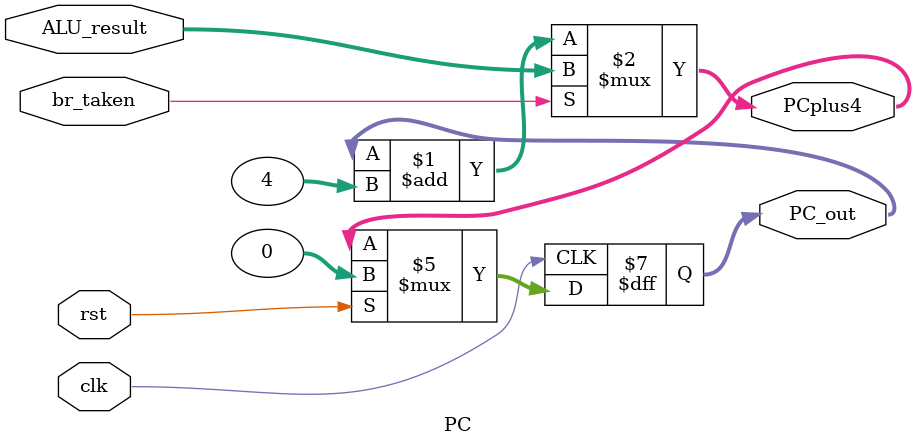
<source format=sv>
module PC (
    input logic clk, rst, br_taken, 
    input logic [31:0] ALU_result,
    output logic [31:0] PC_out, PCplus4
);
    
    assign PCplus4 = br_taken ? ALU_result : PC_out + 4;
    
    always_ff @(posedge clk) begin 
        if (rst)
            PC_out <= 32'b0;
        else
            PC_out <= PCplus4;
    end
endmodule
</source>
